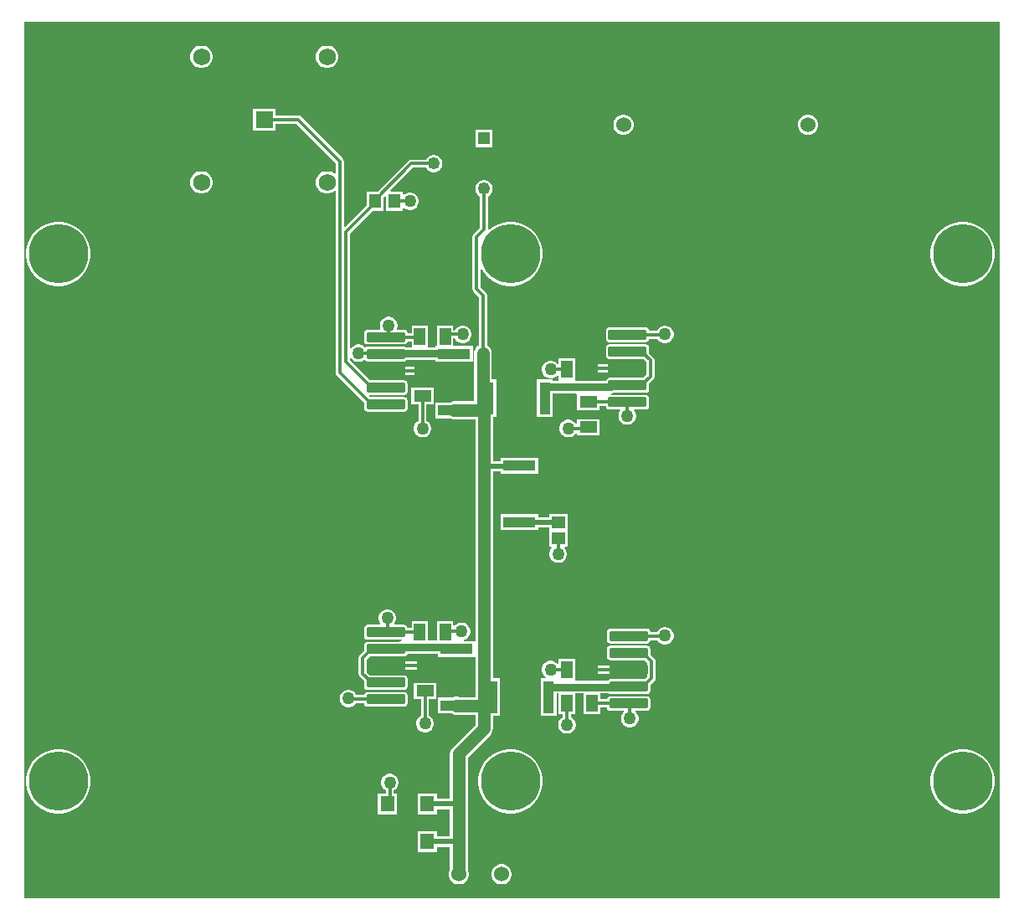
<source format=gtl>
G04*
G04 #@! TF.GenerationSoftware,Altium Limited,Altium Designer,21.4.1 (30)*
G04*
G04 Layer_Physical_Order=1*
G04 Layer_Color=255*
%FSLAX25Y25*%
%MOIN*%
G70*
G04*
G04 #@! TF.SameCoordinates,FB31E628-B40C-45E7-AE42-562EE5F46966*
G04*
G04*
G04 #@! TF.FilePolarity,Positive*
G04*
G01*
G75*
%ADD16R,0.05363X0.04558*%
%ADD18R,0.06717X0.04545*%
%ADD19R,0.04545X0.06717*%
%ADD20R,0.05512X0.06457*%
%ADD22C,0.06890*%
%ADD23R,0.06890X0.06890*%
%ADD25C,0.04921*%
%ADD26R,0.04921X0.04921*%
G04:AMPARAMS|DCode=29|XSize=37.4mil|YSize=151.58mil|CornerRadius=2.06mil|HoleSize=0mil|Usage=FLASHONLY|Rotation=270.000|XOffset=0mil|YOffset=0mil|HoleType=Round|Shape=RoundedRectangle|*
%AMROUNDEDRECTD29*
21,1,0.03740,0.14746,0,0,270.0*
21,1,0.03329,0.15158,0,0,270.0*
1,1,0.00411,-0.07373,-0.01664*
1,1,0.00411,-0.07373,0.01664*
1,1,0.00411,0.07373,0.01664*
1,1,0.00411,0.07373,-0.01664*
%
%ADD29ROUNDEDRECTD29*%
G04:AMPARAMS|DCode=30|XSize=421.26mil|YSize=311.02mil|CornerRadius=1.56mil|HoleSize=0mil|Usage=FLASHONLY|Rotation=270.000|XOffset=0mil|YOffset=0mil|HoleType=Round|Shape=RoundedRectangle|*
%AMROUNDEDRECTD30*
21,1,0.42126,0.30791,0,0,270.0*
21,1,0.41815,0.31102,0,0,270.0*
1,1,0.00311,-0.15396,-0.20908*
1,1,0.00311,-0.15396,0.20908*
1,1,0.00311,0.15396,0.20908*
1,1,0.00311,0.15396,-0.20908*
%
%ADD30ROUNDEDRECTD30*%
%ADD31R,0.12992X0.04331*%
%ADD32R,0.04331X0.12992*%
%ADD33R,0.04724X0.05709*%
%ADD34C,0.01200*%
%ADD35C,0.05000*%
%ADD36C,0.03000*%
%ADD37C,0.02000*%
%ADD38C,0.06000*%
%ADD39C,0.01500*%
%ADD40C,0.05000*%
%ADD41C,0.03000*%
%ADD42C,0.23622*%
G36*
X622471Y120029D02*
X234029Y120029D01*
X234029Y468971D01*
X622471Y468971D01*
X622471Y120029D01*
D02*
G37*
%LPC*%
G36*
X355085Y459445D02*
X353915D01*
X352784Y459142D01*
X351771Y458557D01*
X350943Y457729D01*
X350358Y456716D01*
X350055Y455585D01*
Y454415D01*
X350358Y453284D01*
X350943Y452271D01*
X351771Y451443D01*
X352784Y450858D01*
X353915Y450555D01*
X355085D01*
X356216Y450858D01*
X357229Y451443D01*
X358057Y452271D01*
X358642Y453284D01*
X358945Y454415D01*
Y455585D01*
X358642Y456716D01*
X358057Y457729D01*
X357229Y458557D01*
X356216Y459142D01*
X355085Y459445D01*
D02*
G37*
G36*
X305085D02*
X303915D01*
X302784Y459142D01*
X301771Y458557D01*
X300943Y457729D01*
X300358Y456716D01*
X300055Y455585D01*
Y454415D01*
X300358Y453284D01*
X300943Y452271D01*
X301771Y451443D01*
X302784Y450858D01*
X303915Y450555D01*
X305085D01*
X306216Y450858D01*
X307229Y451443D01*
X308057Y452271D01*
X308642Y453284D01*
X308945Y454415D01*
Y455585D01*
X308642Y456716D01*
X308057Y457729D01*
X307229Y458557D01*
X306216Y459142D01*
X305085Y459445D01*
D02*
G37*
G36*
X546527Y432000D02*
X545473D01*
X544456Y431727D01*
X543544Y431201D01*
X542799Y430456D01*
X542273Y429544D01*
X542000Y428527D01*
Y427473D01*
X542273Y426456D01*
X542799Y425544D01*
X543544Y424799D01*
X544456Y424273D01*
X545473Y424000D01*
X546527D01*
X547544Y424273D01*
X548456Y424799D01*
X549201Y425544D01*
X549727Y426456D01*
X550000Y427473D01*
Y428527D01*
X549727Y429544D01*
X549201Y430456D01*
X548456Y431201D01*
X547544Y431727D01*
X546527Y432000D01*
D02*
G37*
G36*
X473027D02*
X471973D01*
X470956Y431727D01*
X470044Y431201D01*
X469299Y430456D01*
X468773Y429544D01*
X468500Y428527D01*
Y427473D01*
X468773Y426456D01*
X469299Y425544D01*
X470044Y424799D01*
X470956Y424273D01*
X471973Y424000D01*
X473027D01*
X474044Y424273D01*
X474956Y424799D01*
X475701Y425544D01*
X476227Y426456D01*
X476500Y427473D01*
Y428527D01*
X476227Y429544D01*
X475701Y430456D01*
X474956Y431201D01*
X474044Y431727D01*
X473027Y432000D01*
D02*
G37*
G36*
X420461Y425961D02*
X413539D01*
Y419039D01*
X420461D01*
Y425961D01*
D02*
G37*
G36*
X333945Y434445D02*
X325055D01*
Y425555D01*
X333945D01*
Y428369D01*
X342324D01*
X357913Y412779D01*
Y408526D01*
X357452Y408334D01*
X357229Y408557D01*
X356216Y409142D01*
X355085Y409445D01*
X353915D01*
X352784Y409142D01*
X351771Y408557D01*
X350943Y407729D01*
X350358Y406716D01*
X350055Y405585D01*
Y404415D01*
X350358Y403284D01*
X350943Y402271D01*
X351771Y401443D01*
X352784Y400858D01*
X353915Y400555D01*
X355085D01*
X356216Y400858D01*
X357229Y401443D01*
X357452Y401666D01*
X357913Y401474D01*
Y329270D01*
X358038Y328646D01*
X358391Y328116D01*
X369307Y317201D01*
Y314950D01*
X369401Y314479D01*
X369667Y314081D01*
X370066Y313814D01*
X370536Y313720D01*
X385282D01*
X385753Y313814D01*
X386152Y314081D01*
X386418Y314479D01*
X386512Y314950D01*
Y318279D01*
X386418Y318749D01*
X386152Y319148D01*
X385753Y319414D01*
X385282Y319508D01*
X371614D01*
X371171Y319951D01*
X371362Y320413D01*
X385282D01*
X385753Y320507D01*
X386152Y320773D01*
X386418Y321172D01*
X386512Y321643D01*
Y324972D01*
X386418Y325442D01*
X386152Y325841D01*
X385753Y326107D01*
X385282Y326201D01*
X371614D01*
X363631Y334184D01*
Y334835D01*
X364131Y334969D01*
X364199Y334851D01*
X364851Y334199D01*
X365649Y333738D01*
X366539Y333500D01*
X367461D01*
X368351Y333738D01*
X369149Y334199D01*
X369165Y334215D01*
X369662Y334166D01*
X369667Y334159D01*
X370066Y333893D01*
X370536Y333799D01*
X385282D01*
X385753Y333893D01*
X386152Y334159D01*
X386244Y334297D01*
X397504D01*
Y333555D01*
X412496D01*
Y339886D01*
X404796D01*
Y342869D01*
X405400D01*
X405699Y342351D01*
X406351Y341699D01*
X407149Y341238D01*
X408039Y341000D01*
X408961D01*
X409851Y341238D01*
X410649Y341699D01*
X411301Y342351D01*
X411762Y343149D01*
X412000Y344039D01*
Y344961D01*
X411762Y345851D01*
X411301Y346649D01*
X410649Y347301D01*
X409851Y347762D01*
X408961Y348000D01*
X408039D01*
X407149Y347762D01*
X406351Y347301D01*
X405699Y346649D01*
X405400Y346131D01*
X404796D01*
Y347859D01*
X398251D01*
Y339886D01*
X397504D01*
Y339395D01*
X394749D01*
Y347859D01*
X388204D01*
Y345017D01*
X386512D01*
Y345050D01*
X386418Y345521D01*
X386152Y345919D01*
X385753Y346186D01*
X385282Y346280D01*
X382560D01*
X382296Y346779D01*
X382500Y347539D01*
Y348461D01*
X382261Y349351D01*
X381801Y350149D01*
X381149Y350801D01*
X380351Y351261D01*
X379461Y351500D01*
X378539D01*
X377649Y351261D01*
X376851Y350801D01*
X376199Y350149D01*
X375739Y349351D01*
X375500Y348461D01*
Y347539D01*
X375704Y346779D01*
X375440Y346280D01*
X370536D01*
X370066Y346186D01*
X369667Y345919D01*
X369401Y345521D01*
X369307Y345050D01*
Y341722D01*
X369401Y341251D01*
X369667Y340852D01*
X370066Y340586D01*
X370536Y340492D01*
X385282D01*
X385753Y340586D01*
X386152Y340852D01*
X386418Y341251D01*
X386512Y341722D01*
Y341755D01*
X388204D01*
Y339395D01*
X385899D01*
X385753Y339493D01*
X385282Y339587D01*
X370536D01*
X370066Y339493D01*
X369701Y339249D01*
X369149Y339801D01*
X368351Y340262D01*
X367461Y340500D01*
X366539D01*
X365649Y340262D01*
X364851Y339801D01*
X364199Y339149D01*
X364131Y339031D01*
X363631Y339165D01*
Y384769D01*
X372508Y393646D01*
X376925D01*
Y399047D01*
X377613Y399735D01*
X378075Y399544D01*
Y393646D01*
X384799D01*
Y394598D01*
X385261Y394789D01*
X385351Y394699D01*
X386149Y394238D01*
X387039Y394000D01*
X387961D01*
X388851Y394238D01*
X389649Y394699D01*
X390301Y395351D01*
X390761Y396149D01*
X391000Y397039D01*
Y397961D01*
X390761Y398851D01*
X390301Y399649D01*
X389649Y400301D01*
X388851Y400762D01*
X387961Y401000D01*
X387039D01*
X386149Y400762D01*
X385351Y400301D01*
X385261Y400211D01*
X384799Y400402D01*
Y401354D01*
X379886D01*
X379694Y401816D01*
X388747Y410869D01*
X393946D01*
X394231Y410375D01*
X394875Y409731D01*
X395664Y409275D01*
X396544Y409039D01*
X397456D01*
X398336Y409275D01*
X399125Y409731D01*
X399769Y410375D01*
X400225Y411164D01*
X400461Y412044D01*
Y412956D01*
X400225Y413836D01*
X399769Y414625D01*
X399125Y415269D01*
X398336Y415725D01*
X397456Y415961D01*
X396544D01*
X395664Y415725D01*
X394875Y415269D01*
X394231Y414625D01*
X393946Y414131D01*
X388071D01*
X387447Y414007D01*
X386917Y413654D01*
X374618Y401354D01*
X370201D01*
Y395953D01*
X361638Y387390D01*
X361176Y387581D01*
Y413455D01*
X361052Y414079D01*
X360698Y414609D01*
X344153Y431153D01*
X343624Y431507D01*
X343000Y431631D01*
X333945D01*
Y434445D01*
D02*
G37*
G36*
X305085Y409445D02*
X303915D01*
X302784Y409142D01*
X301771Y408557D01*
X300943Y407729D01*
X300358Y406716D01*
X300055Y405585D01*
Y404415D01*
X300358Y403284D01*
X300943Y402271D01*
X301771Y401443D01*
X302784Y400858D01*
X303915Y400555D01*
X305085D01*
X306216Y400858D01*
X307229Y401443D01*
X308057Y402271D01*
X308642Y403284D01*
X308945Y404415D01*
Y405585D01*
X308642Y406716D01*
X308057Y407729D01*
X307229Y408557D01*
X306216Y409142D01*
X305085Y409445D01*
D02*
G37*
G36*
X608508Y389311D02*
X606492D01*
X604500Y388996D01*
X602582Y388372D01*
X600786Y387457D01*
X599154Y386272D01*
X597728Y384846D01*
X596543Y383214D01*
X595628Y381418D01*
X595004Y379500D01*
X594689Y377508D01*
Y375492D01*
X595004Y373500D01*
X595628Y371582D01*
X596543Y369786D01*
X597728Y368154D01*
X599154Y366728D01*
X600786Y365543D01*
X602582Y364628D01*
X604500Y364004D01*
X606492Y363689D01*
X608508D01*
X610500Y364004D01*
X612418Y364628D01*
X614214Y365543D01*
X615846Y366728D01*
X617272Y368154D01*
X618457Y369786D01*
X619372Y371582D01*
X619996Y373500D01*
X620311Y375492D01*
Y377508D01*
X619996Y379500D01*
X619372Y381418D01*
X618457Y383214D01*
X617272Y384846D01*
X615846Y386272D01*
X614214Y387457D01*
X612418Y388372D01*
X610500Y388996D01*
X608508Y389311D01*
D02*
G37*
G36*
X417456Y405961D02*
X416544D01*
X415664Y405725D01*
X414875Y405269D01*
X414231Y404625D01*
X413775Y403836D01*
X413539Y402956D01*
Y402044D01*
X413775Y401164D01*
X414231Y400375D01*
X414875Y399731D01*
X415369Y399446D01*
Y387007D01*
X412935Y384574D01*
X412582Y384044D01*
X412458Y383420D01*
Y362515D01*
X412582Y361891D01*
X412935Y361362D01*
X414912Y359385D01*
Y340113D01*
X414778Y340057D01*
X414047Y339496D01*
X413486Y338765D01*
X413133Y337914D01*
X413013Y337000D01*
Y317810D01*
X405000D01*
X404086Y317689D01*
X403496Y317445D01*
X397504D01*
Y311114D01*
X403496D01*
X404086Y310870D01*
X405000Y310749D01*
X413513D01*
Y292000D01*
Y222879D01*
X413496Y222386D01*
X413013Y222386D01*
X409011D01*
X408946Y222886D01*
X409351Y222994D01*
X410149Y223455D01*
X410801Y224107D01*
X411262Y224905D01*
X411500Y225795D01*
Y226717D01*
X411262Y227607D01*
X410801Y228405D01*
X410149Y229057D01*
X409351Y229517D01*
X408461Y229756D01*
X407539D01*
X406649Y229517D01*
X405851Y229057D01*
X405296Y228501D01*
X404895Y228611D01*
X404796Y228678D01*
Y230359D01*
X398251D01*
Y222549D01*
X394749D01*
Y230359D01*
X388204D01*
Y227560D01*
X386512D01*
Y227593D01*
X386418Y228064D01*
X386152Y228463D01*
X385753Y228729D01*
X385282Y228823D01*
X381426D01*
X381235Y229285D01*
X381301Y229351D01*
X381762Y230149D01*
X382000Y231039D01*
Y231961D01*
X381762Y232851D01*
X381301Y233649D01*
X380649Y234301D01*
X379851Y234762D01*
X378961Y235000D01*
X378039D01*
X377149Y234762D01*
X376351Y234301D01*
X375699Y233649D01*
X375238Y232851D01*
X375000Y231961D01*
Y231039D01*
X375238Y230149D01*
X375699Y229351D01*
X375765Y229285D01*
X375574Y228823D01*
X370536D01*
X370066Y228729D01*
X369667Y228463D01*
X369401Y228064D01*
X369307Y227593D01*
Y224265D01*
X369401Y223794D01*
X369667Y223395D01*
X370066Y223129D01*
X370536Y223035D01*
X384264D01*
X384314Y222535D01*
X383406Y222355D01*
X383070Y222130D01*
X370536D01*
X370066Y222036D01*
X369667Y221770D01*
X369401Y221371D01*
X369307Y220901D01*
Y218650D01*
X367577Y216920D01*
X367224Y216390D01*
X367099Y215766D01*
Y209320D01*
X367224Y208696D01*
X367577Y208167D01*
X369307Y206437D01*
Y204186D01*
X369401Y203716D01*
X369667Y203317D01*
X370066Y203050D01*
X370536Y202957D01*
X385282D01*
X385753Y203050D01*
X386152Y203317D01*
X386418Y203716D01*
X386512Y204186D01*
Y207515D01*
X386418Y207985D01*
X386152Y208384D01*
X385753Y208650D01*
X385282Y208744D01*
X371614D01*
X370362Y209996D01*
Y215090D01*
X371614Y216342D01*
X385282D01*
X385753Y216436D01*
X386152Y216703D01*
X386418Y217101D01*
X386488Y217451D01*
X398504D01*
Y216055D01*
X413013D01*
X413496Y216055D01*
X413513Y215562D01*
Y204000D01*
Y200030D01*
X407298D01*
X406914Y200189D01*
X406000Y200310D01*
X405086Y200189D01*
X404496Y199945D01*
X398504D01*
Y193614D01*
X404291D01*
X404514Y193443D01*
X405366Y193090D01*
X406280Y192970D01*
X406280Y192970D01*
X413513D01*
Y189006D01*
X404504Y179996D01*
X403943Y179265D01*
X403590Y178414D01*
X403470Y177500D01*
Y159539D01*
X398189D01*
Y161728D01*
X390677D01*
Y153272D01*
X398189D01*
Y155461D01*
X403470D01*
Y144539D01*
X398189D01*
Y146728D01*
X390677D01*
Y138272D01*
X398189D01*
Y140461D01*
X403470D01*
Y131386D01*
X403273Y131044D01*
X403000Y130027D01*
Y128973D01*
X403273Y127956D01*
X403799Y127044D01*
X404544Y126299D01*
X405456Y125773D01*
X406473Y125500D01*
X407527D01*
X408544Y125773D01*
X409456Y126299D01*
X410201Y127044D01*
X410727Y127956D01*
X411000Y128973D01*
Y130027D01*
X410727Y131044D01*
X410530Y131386D01*
Y142500D01*
Y157500D01*
Y176038D01*
X419539Y185047D01*
X419539Y185047D01*
X420101Y185778D01*
X420453Y186630D01*
X420574Y187543D01*
X420574Y187543D01*
Y192504D01*
X423445D01*
Y207496D01*
X420574D01*
Y289961D01*
X423504D01*
Y289055D01*
X438496D01*
Y295386D01*
X423504D01*
Y294039D01*
X420574D01*
Y311504D01*
X421945D01*
Y326496D01*
X420074D01*
Y337000D01*
X419953Y337914D01*
X419601Y338765D01*
X419039Y339496D01*
X418308Y340057D01*
X418175Y340113D01*
Y360061D01*
X418050Y360685D01*
X417697Y361214D01*
X415720Y363191D01*
Y370329D01*
X416207Y370446D01*
X416543Y369786D01*
X417728Y368154D01*
X419154Y366728D01*
X420786Y365543D01*
X422582Y364628D01*
X424500Y364004D01*
X426492Y363689D01*
X428508D01*
X430500Y364004D01*
X432418Y364628D01*
X434214Y365543D01*
X435846Y366728D01*
X437272Y368154D01*
X438457Y369786D01*
X439372Y371582D01*
X439996Y373500D01*
X440311Y375492D01*
Y377508D01*
X439996Y379500D01*
X439372Y381418D01*
X438457Y383214D01*
X437272Y384846D01*
X435846Y386272D01*
X434214Y387457D01*
X432418Y388372D01*
X430500Y388996D01*
X428508Y389311D01*
X426492D01*
X424500Y388996D01*
X422582Y388372D01*
X420786Y387457D01*
X419154Y386272D01*
X419121Y386238D01*
X418936Y386273D01*
X418631Y386456D01*
Y399446D01*
X419125Y399731D01*
X419769Y400375D01*
X420225Y401164D01*
X420461Y402044D01*
Y402956D01*
X420225Y403836D01*
X419769Y404625D01*
X419125Y405269D01*
X418336Y405725D01*
X417456Y405961D01*
D02*
G37*
G36*
X248508Y389311D02*
X246492D01*
X244500Y388996D01*
X242582Y388372D01*
X240786Y387457D01*
X239154Y386272D01*
X237728Y384846D01*
X236543Y383214D01*
X235628Y381418D01*
X235004Y379500D01*
X234689Y377508D01*
Y375492D01*
X235004Y373500D01*
X235628Y371582D01*
X236543Y369786D01*
X237728Y368154D01*
X239154Y366728D01*
X240786Y365543D01*
X242582Y364628D01*
X244500Y364004D01*
X246492Y363689D01*
X248508D01*
X250500Y364004D01*
X252418Y364628D01*
X254214Y365543D01*
X255846Y366728D01*
X257272Y368154D01*
X258457Y369786D01*
X259372Y371582D01*
X259996Y373500D01*
X260311Y375492D01*
Y377508D01*
X259996Y379500D01*
X259372Y381418D01*
X258457Y383214D01*
X257272Y384846D01*
X255846Y386272D01*
X254214Y387457D01*
X252418Y388372D01*
X250500Y388996D01*
X248508Y389311D01*
D02*
G37*
G36*
X489461Y348000D02*
X488539D01*
X487649Y347762D01*
X486851Y347301D01*
X486199Y346649D01*
X485855Y346053D01*
X482684D01*
X482599Y346477D01*
X482333Y346876D01*
X481934Y347143D01*
X481464Y347236D01*
X466717D01*
X466247Y347143D01*
X465848Y346876D01*
X465582Y346477D01*
X465488Y346007D01*
Y342678D01*
X465582Y342208D01*
X465848Y341809D01*
X466247Y341542D01*
X466717Y341449D01*
X481464D01*
X481934Y341542D01*
X482333Y341809D01*
X482599Y342208D01*
X482693Y342678D01*
Y342790D01*
X485946D01*
X486199Y342351D01*
X486851Y341699D01*
X487649Y341238D01*
X488539Y341000D01*
X489461D01*
X490351Y341238D01*
X491149Y341699D01*
X491801Y342351D01*
X492262Y343149D01*
X492500Y344039D01*
Y344961D01*
X492262Y345851D01*
X491801Y346649D01*
X491149Y347301D01*
X490351Y347762D01*
X489461Y348000D01*
D02*
G37*
G36*
X474090Y332588D02*
X460480D01*
X459856Y332464D01*
X459326Y332110D01*
X458870Y331653D01*
X458516Y331124D01*
X458392Y330500D01*
X458516Y329876D01*
X458870Y329346D01*
X459399Y328993D01*
X460023Y328869D01*
X460647Y328993D01*
X461145Y329325D01*
X474090D01*
X474715Y329450D01*
X475244Y329803D01*
X475598Y330332D01*
X475722Y330957D01*
X475598Y331581D01*
X475244Y332110D01*
X474715Y332464D01*
X474090Y332588D01*
D02*
G37*
G36*
X391477Y331631D02*
X377909D01*
X377285Y331507D01*
X376756Y331153D01*
X376402Y330624D01*
X376278Y330000D01*
X376402Y329376D01*
X376756Y328847D01*
X377285Y328493D01*
X377909Y328369D01*
X391477D01*
X392101Y328493D01*
X392630Y328847D01*
X392984Y329376D01*
X393108Y330000D01*
X392984Y330624D01*
X392630Y331153D01*
X392101Y331507D01*
X391477Y331631D01*
D02*
G37*
G36*
X481464Y340543D02*
X466717D01*
X466247Y340450D01*
X465848Y340183D01*
X465582Y339784D01*
X465488Y339314D01*
Y335985D01*
X465582Y335515D01*
X465848Y335116D01*
X466247Y334850D01*
X466717Y334756D01*
X480386D01*
X481638Y333504D01*
Y328410D01*
X480386Y327157D01*
X466717D01*
X466247Y327064D01*
X465848Y326797D01*
X465582Y326399D01*
X465512Y326049D01*
X453711D01*
X453249Y326141D01*
X453249Y326549D01*
Y334859D01*
X446704D01*
Y332922D01*
X446605Y332855D01*
X446204Y332745D01*
X445649Y333301D01*
X444851Y333762D01*
X443961Y334000D01*
X443039D01*
X442149Y333762D01*
X441351Y333301D01*
X440699Y332649D01*
X440239Y331851D01*
X440000Y330961D01*
Y330039D01*
X440239Y329149D01*
X440699Y328351D01*
X441351Y327699D01*
X442149Y327238D01*
X443039Y327000D01*
X443961D01*
X444851Y327238D01*
X445649Y327699D01*
X446204Y328255D01*
X446605Y328145D01*
X446704Y328078D01*
X446704Y326141D01*
X446243Y326049D01*
X444386D01*
Y326496D01*
X438055D01*
Y311504D01*
X444386D01*
Y320951D01*
X453706D01*
X454141Y320796D01*
X454141Y320451D01*
Y314251D01*
X462859D01*
Y315939D01*
X465488D01*
Y315907D01*
X465582Y315436D01*
X465848Y315037D01*
X466247Y314771D01*
X466717Y314677D01*
X471074D01*
X471266Y314215D01*
X471199Y314149D01*
X470739Y313351D01*
X470500Y312461D01*
Y311539D01*
X470739Y310649D01*
X471199Y309851D01*
X471851Y309199D01*
X472649Y308738D01*
X473539Y308500D01*
X474461D01*
X475351Y308738D01*
X476149Y309199D01*
X476801Y309851D01*
X477261Y310649D01*
X477500Y311539D01*
Y312461D01*
X477261Y313351D01*
X476801Y314149D01*
X476734Y314215D01*
X476926Y314677D01*
X481464D01*
X481934Y314771D01*
X482333Y315037D01*
X482599Y315436D01*
X482693Y315907D01*
Y319235D01*
X482599Y319706D01*
X482333Y320105D01*
X481934Y320371D01*
X481464Y320465D01*
X467735D01*
X467686Y320965D01*
X468594Y321145D01*
X468930Y321370D01*
X481464D01*
X481934Y321464D01*
X482333Y321730D01*
X482599Y322129D01*
X482693Y322599D01*
Y324850D01*
X484423Y326580D01*
X484776Y327110D01*
X484901Y327734D01*
Y334179D01*
X484776Y334804D01*
X484423Y335333D01*
X482693Y337063D01*
Y339314D01*
X482599Y339784D01*
X482333Y340183D01*
X481934Y340450D01*
X481464Y340543D01*
D02*
G37*
G36*
X462859Y310749D02*
X454141D01*
Y308631D01*
X453600D01*
X453301Y309149D01*
X452649Y309801D01*
X451851Y310262D01*
X450961Y310500D01*
X450039D01*
X449149Y310262D01*
X448351Y309801D01*
X447699Y309149D01*
X447238Y308351D01*
X447000Y307461D01*
Y306539D01*
X447238Y305649D01*
X447699Y304851D01*
X448351Y304199D01*
X449149Y303738D01*
X450039Y303500D01*
X450961D01*
X451851Y303738D01*
X452649Y304199D01*
X453301Y304851D01*
X453600Y305369D01*
X454141D01*
Y304204D01*
X462859D01*
Y310749D01*
D02*
G37*
G36*
X396859Y323249D02*
X388141D01*
Y316704D01*
X390869D01*
Y310100D01*
X390351Y309801D01*
X389699Y309149D01*
X389239Y308351D01*
X389000Y307461D01*
Y306539D01*
X389239Y305649D01*
X389699Y304851D01*
X390351Y304199D01*
X391149Y303738D01*
X392039Y303500D01*
X392961D01*
X393851Y303738D01*
X394649Y304199D01*
X395301Y304851D01*
X395761Y305649D01*
X396000Y306539D01*
Y307461D01*
X395761Y308351D01*
X395301Y309149D01*
X394649Y309801D01*
X394131Y310100D01*
Y316704D01*
X396859D01*
Y323249D01*
D02*
G37*
G36*
X450181Y273036D02*
X442819D01*
Y271668D01*
X438496D01*
Y272945D01*
X423504D01*
Y266614D01*
X438496D01*
Y267589D01*
X442819D01*
Y266478D01*
Y259964D01*
X443807D01*
X444015Y259464D01*
X443699Y259149D01*
X443238Y258351D01*
X443000Y257461D01*
Y256539D01*
X443238Y255649D01*
X443699Y254851D01*
X444351Y254199D01*
X445149Y253738D01*
X446039Y253500D01*
X446961D01*
X447851Y253738D01*
X448649Y254199D01*
X449301Y254851D01*
X449761Y255649D01*
X450000Y256539D01*
Y257461D01*
X449761Y258351D01*
X449301Y259149D01*
X448985Y259464D01*
X449193Y259964D01*
X450181D01*
Y266478D01*
Y273036D01*
D02*
G37*
G36*
X489461Y228000D02*
X488539D01*
X487649Y227762D01*
X486851Y227301D01*
X486199Y226649D01*
X485855Y226053D01*
X483184D01*
X483099Y226477D01*
X482833Y226876D01*
X482434Y227143D01*
X481964Y227236D01*
X467217D01*
X466747Y227143D01*
X466348Y226876D01*
X466082Y226477D01*
X465988Y226007D01*
Y222678D01*
X466082Y222208D01*
X466348Y221809D01*
X466747Y221542D01*
X467217Y221449D01*
X481964D01*
X482434Y221542D01*
X482833Y221809D01*
X483099Y222208D01*
X483193Y222678D01*
Y222790D01*
X485946D01*
X486199Y222351D01*
X486851Y221699D01*
X487649Y221238D01*
X488539Y221000D01*
X489461D01*
X490351Y221238D01*
X491149Y221699D01*
X491801Y222351D01*
X492262Y223149D01*
X492500Y224039D01*
Y224961D01*
X492262Y225851D01*
X491801Y226649D01*
X491149Y227301D01*
X490351Y227762D01*
X489461Y228000D01*
D02*
G37*
G36*
X391933Y214175D02*
X377909D01*
X377285Y214051D01*
X376756Y213697D01*
X376402Y213168D01*
X376278Y212543D01*
X376402Y211919D01*
X376756Y211390D01*
X377285Y211036D01*
X377909Y210912D01*
X391759D01*
X391977Y210869D01*
X392601Y210993D01*
X393130Y211347D01*
X393484Y211876D01*
X393608Y212500D01*
X393484Y213124D01*
X393130Y213653D01*
X393087Y213697D01*
X392558Y214051D01*
X391933Y214175D01*
D02*
G37*
G36*
X460023Y212631D02*
X459399Y212507D01*
X458870Y212154D01*
X458516Y211624D01*
X458392Y211000D01*
X458516Y210376D01*
X458870Y209846D01*
X458913Y209803D01*
X459442Y209450D01*
X460067Y209325D01*
X460067Y209325D01*
X474590D01*
X475215Y209450D01*
X475744Y209803D01*
X476098Y210332D01*
X476222Y210957D01*
X476098Y211581D01*
X475744Y212110D01*
X475215Y212464D01*
X474590Y212588D01*
X460241D01*
X460023Y212631D01*
D02*
G37*
G36*
X481964Y220543D02*
X467217D01*
X466747Y220450D01*
X466348Y220183D01*
X466082Y219784D01*
X465988Y219314D01*
Y215985D01*
X466082Y215515D01*
X466348Y215116D01*
X466747Y214849D01*
X467217Y214756D01*
X480886D01*
X482138Y213504D01*
Y208410D01*
X480886Y207157D01*
X467217D01*
X466747Y207064D01*
X466348Y206797D01*
X466270Y206681D01*
X453249D01*
Y215359D01*
X446704D01*
Y213422D01*
X446605Y213355D01*
X446204Y213245D01*
X445649Y213801D01*
X444851Y214262D01*
X443961Y214500D01*
X443039D01*
X442149Y214262D01*
X441351Y213801D01*
X440699Y213149D01*
X440239Y212351D01*
X440000Y211461D01*
Y210539D01*
X440239Y209649D01*
X440699Y208851D01*
X441351Y208199D01*
X441703Y207996D01*
X441569Y207496D01*
X439555D01*
Y192504D01*
X445886D01*
Y201583D01*
X446704D01*
Y193141D01*
X448369D01*
Y192100D01*
X447851Y191801D01*
X447199Y191149D01*
X446738Y190351D01*
X446500Y189461D01*
Y188539D01*
X446738Y187649D01*
X447199Y186851D01*
X447851Y186199D01*
X448649Y185739D01*
X449539Y185500D01*
X450461D01*
X451351Y185739D01*
X452149Y186199D01*
X452801Y186851D01*
X453262Y187649D01*
X453500Y188539D01*
Y189461D01*
X453262Y190351D01*
X452801Y191149D01*
X452149Y191801D01*
X451631Y192100D01*
Y193141D01*
X453249D01*
Y201583D01*
X456751D01*
Y193141D01*
X463296D01*
Y195940D01*
X465988D01*
Y195906D01*
X466082Y195436D01*
X466348Y195037D01*
X466747Y194771D01*
X467217Y194677D01*
X472553D01*
X472727Y194177D01*
X472199Y193649D01*
X471738Y192851D01*
X471500Y191961D01*
Y191039D01*
X471738Y190149D01*
X472199Y189351D01*
X472851Y188699D01*
X473649Y188239D01*
X474539Y188000D01*
X475461D01*
X476351Y188239D01*
X477149Y188699D01*
X477801Y189351D01*
X478262Y190149D01*
X478500Y191039D01*
Y191961D01*
X478262Y192851D01*
X477801Y193649D01*
X477273Y194177D01*
X477447Y194677D01*
X481964D01*
X482434Y194771D01*
X482833Y195037D01*
X483099Y195436D01*
X483193Y195906D01*
Y199235D01*
X483099Y199706D01*
X482833Y200104D01*
X482434Y200371D01*
X481964Y200465D01*
X467217D01*
X466747Y200371D01*
X466348Y200104D01*
X466082Y199706D01*
X465988Y199235D01*
Y199202D01*
X463296D01*
Y201583D01*
X466569D01*
X466747Y201464D01*
X467217Y201370D01*
X481964D01*
X482434Y201464D01*
X482833Y201730D01*
X483099Y202129D01*
X483193Y202599D01*
Y204850D01*
X484923Y206580D01*
X485277Y207110D01*
X485401Y207734D01*
Y214179D01*
X485277Y214804D01*
X484923Y215333D01*
X483193Y217063D01*
Y219314D01*
X483099Y219784D01*
X482833Y220183D01*
X482434Y220450D01*
X481964Y220543D01*
D02*
G37*
G36*
X363461Y203000D02*
X362539D01*
X361649Y202762D01*
X360851Y202301D01*
X360199Y201649D01*
X359738Y200851D01*
X359500Y199961D01*
Y199039D01*
X359738Y198149D01*
X360199Y197351D01*
X360851Y196699D01*
X361649Y196239D01*
X362539Y196000D01*
X363461D01*
X364351Y196239D01*
X365149Y196699D01*
X365801Y197351D01*
X366001Y197697D01*
X369307D01*
Y197493D01*
X369401Y197023D01*
X369667Y196624D01*
X370066Y196357D01*
X370536Y196264D01*
X385282D01*
X385753Y196357D01*
X386152Y196624D01*
X386418Y197023D01*
X386512Y197493D01*
Y200822D01*
X386418Y201292D01*
X386152Y201691D01*
X385753Y201958D01*
X385282Y202051D01*
X370536D01*
X370066Y201958D01*
X369667Y201691D01*
X369401Y201292D01*
X369335Y200960D01*
X366198D01*
X365801Y201649D01*
X365149Y202301D01*
X364351Y202762D01*
X363461Y203000D01*
D02*
G37*
G36*
X397859Y205749D02*
X389141D01*
Y199204D01*
X391869D01*
Y192600D01*
X391351Y192301D01*
X390699Y191649D01*
X390238Y190851D01*
X390000Y189961D01*
Y189039D01*
X390238Y188149D01*
X390699Y187351D01*
X391351Y186699D01*
X392149Y186239D01*
X393039Y186000D01*
X393961D01*
X394851Y186239D01*
X395649Y186699D01*
X396301Y187351D01*
X396761Y188149D01*
X397000Y189039D01*
Y189961D01*
X396761Y190851D01*
X396301Y191649D01*
X395649Y192301D01*
X395131Y192600D01*
Y199204D01*
X397859D01*
Y205749D01*
D02*
G37*
G36*
X608508Y179311D02*
X606492D01*
X604500Y178996D01*
X602582Y178372D01*
X600786Y177457D01*
X599154Y176272D01*
X597728Y174846D01*
X596543Y173214D01*
X595628Y171418D01*
X595004Y169500D01*
X594689Y167508D01*
Y165492D01*
X595004Y163500D01*
X595628Y161582D01*
X596543Y159786D01*
X597728Y158154D01*
X599154Y156728D01*
X600786Y155543D01*
X602582Y154628D01*
X604500Y154004D01*
X606492Y153689D01*
X608508D01*
X610500Y154004D01*
X612418Y154628D01*
X614214Y155543D01*
X615846Y156728D01*
X617272Y158154D01*
X618457Y159786D01*
X619372Y161582D01*
X619996Y163500D01*
X620311Y165492D01*
Y167508D01*
X619996Y169500D01*
X619372Y171418D01*
X618457Y173214D01*
X617272Y174846D01*
X615846Y176272D01*
X614214Y177457D01*
X612418Y178372D01*
X610500Y178996D01*
X608508Y179311D01*
D02*
G37*
G36*
X428508D02*
X426492D01*
X424500Y178996D01*
X422582Y178372D01*
X420786Y177457D01*
X419154Y176272D01*
X417728Y174846D01*
X416543Y173214D01*
X415628Y171418D01*
X415004Y169500D01*
X414689Y167508D01*
Y165492D01*
X415004Y163500D01*
X415628Y161582D01*
X416543Y159786D01*
X417728Y158154D01*
X419154Y156728D01*
X420786Y155543D01*
X422582Y154628D01*
X424500Y154004D01*
X426492Y153689D01*
X428508D01*
X430500Y154004D01*
X432418Y154628D01*
X434214Y155543D01*
X435846Y156728D01*
X437272Y158154D01*
X438457Y159786D01*
X439372Y161582D01*
X439996Y163500D01*
X440311Y165492D01*
Y167508D01*
X439996Y169500D01*
X439372Y171418D01*
X438457Y173214D01*
X437272Y174846D01*
X435846Y176272D01*
X434214Y177457D01*
X432418Y178372D01*
X430500Y178996D01*
X428508Y179311D01*
D02*
G37*
G36*
X248508D02*
X246492D01*
X244500Y178996D01*
X242582Y178372D01*
X240786Y177457D01*
X239154Y176272D01*
X237728Y174846D01*
X236543Y173214D01*
X235628Y171418D01*
X235004Y169500D01*
X234689Y167508D01*
Y165492D01*
X235004Y163500D01*
X235628Y161582D01*
X236543Y159786D01*
X237728Y158154D01*
X239154Y156728D01*
X240786Y155543D01*
X242582Y154628D01*
X244500Y154004D01*
X246492Y153689D01*
X248508D01*
X250500Y154004D01*
X252418Y154628D01*
X254214Y155543D01*
X255846Y156728D01*
X257272Y158154D01*
X258457Y159786D01*
X259372Y161582D01*
X259996Y163500D01*
X260311Y165492D01*
Y167508D01*
X259996Y169500D01*
X259372Y171418D01*
X258457Y173214D01*
X257272Y174846D01*
X255846Y176272D01*
X254214Y177457D01*
X252418Y178372D01*
X250500Y178996D01*
X248508Y179311D01*
D02*
G37*
G36*
X379961Y169500D02*
X379039D01*
X378149Y169262D01*
X377351Y168801D01*
X376699Y168149D01*
X376238Y167351D01*
X376000Y166461D01*
Y165539D01*
X376238Y164649D01*
X376699Y163851D01*
X377351Y163199D01*
X377869Y162900D01*
Y161728D01*
X374811D01*
Y153272D01*
X382323D01*
Y161728D01*
X381131D01*
Y162900D01*
X381649Y163199D01*
X382301Y163851D01*
X382762Y164649D01*
X383000Y165539D01*
Y166461D01*
X382762Y167351D01*
X382301Y168149D01*
X381649Y168801D01*
X380851Y169262D01*
X379961Y169500D01*
D02*
G37*
G36*
X424527Y133500D02*
X423473D01*
X422456Y133227D01*
X421544Y132701D01*
X420799Y131956D01*
X420273Y131044D01*
X420000Y130027D01*
Y128973D01*
X420273Y127956D01*
X420799Y127044D01*
X421544Y126299D01*
X422456Y125773D01*
X423473Y125500D01*
X424527D01*
X425544Y125773D01*
X426456Y126299D01*
X427201Y127044D01*
X427727Y127956D01*
X428000Y128973D01*
Y130027D01*
X427727Y131044D01*
X427201Y131956D01*
X426456Y132701D01*
X425544Y133227D01*
X424527Y133500D01*
D02*
G37*
%LPD*%
D16*
X446500Y269757D02*
D03*
Y263243D02*
D03*
D18*
X458500Y307477D02*
D03*
Y317523D02*
D03*
X392500Y319977D02*
D03*
Y330023D02*
D03*
X393500Y202477D02*
D03*
Y212523D02*
D03*
D19*
X449977Y330500D02*
D03*
X460023D02*
D03*
X401523Y343500D02*
D03*
X391477D02*
D03*
X449977Y197500D02*
D03*
X460023D02*
D03*
X449977Y211000D02*
D03*
X460023D02*
D03*
X401523Y226000D02*
D03*
X391477D02*
D03*
D20*
X394433Y157500D02*
D03*
X378567D02*
D03*
Y142500D02*
D03*
X394433D02*
D03*
D22*
X354500Y405000D02*
D03*
X304500D02*
D03*
X354500Y455000D02*
D03*
X304500D02*
D03*
D23*
X329500Y430000D02*
D03*
D25*
X397000Y412500D02*
D03*
X417000Y402500D02*
D03*
D26*
Y422500D02*
D03*
D29*
X377909Y316614D02*
D03*
Y323307D02*
D03*
Y330000D02*
D03*
Y336693D02*
D03*
Y343386D02*
D03*
X474090Y317571D02*
D03*
Y324264D02*
D03*
Y330957D02*
D03*
Y337650D02*
D03*
Y344342D02*
D03*
X474590Y197571D02*
D03*
Y204264D02*
D03*
Y210957D02*
D03*
Y217650D02*
D03*
Y224342D02*
D03*
X377909Y225929D02*
D03*
Y219236D02*
D03*
Y212543D02*
D03*
Y205850D02*
D03*
Y199158D02*
D03*
D30*
X337161Y330000D02*
D03*
X514839Y330957D02*
D03*
X515339Y210957D02*
D03*
X337161Y212543D02*
D03*
D31*
X431000Y269779D02*
D03*
Y292220D02*
D03*
X406000Y219220D02*
D03*
Y196780D02*
D03*
X405000Y336720D02*
D03*
Y314280D02*
D03*
D32*
X441221Y319000D02*
D03*
X418780D02*
D03*
X442721Y200000D02*
D03*
X420280D02*
D03*
D33*
X373563Y397500D02*
D03*
X381437D02*
D03*
D34*
X393500Y189500D02*
Y202477D01*
X450000Y189000D02*
Y197477D01*
X449977Y197500D02*
X450000Y197477D01*
X458023Y307000D02*
X458500Y307477D01*
X450500Y307000D02*
X458023D01*
X392500D02*
Y319977D01*
X379500Y157500D02*
Y166000D01*
X378567Y157500D02*
X379500D01*
X378500Y225929D02*
X391406D01*
X378500D02*
Y231500D01*
X377909Y225929D02*
X378500D01*
X475000Y191500D02*
Y197571D01*
X474590D02*
X475000D01*
X460094Y317571D02*
X474000D01*
Y312000D02*
Y317571D01*
X474090D01*
X379000Y343386D02*
Y348000D01*
Y343386D02*
X391363D01*
X377909D02*
X379000D01*
X381437Y397500D02*
X387500D01*
X401523Y226000D02*
X401779Y226256D01*
X408000D01*
X443500Y211000D02*
X449977D01*
X446500Y257000D02*
Y263243D01*
X443500Y330500D02*
X449977D01*
X401523Y343500D02*
X402523Y344500D01*
X408500D01*
X414089Y383420D02*
X417000Y386331D01*
X414089Y362515D02*
Y383420D01*
Y362515D02*
X416543Y360061D01*
Y337000D02*
Y360061D01*
X417000Y386331D02*
Y402500D01*
X373563Y397992D02*
X388071Y412500D01*
X397000D01*
X373563Y397500D02*
Y397992D01*
Y397008D02*
Y397500D01*
X362000Y385445D02*
X373563Y397008D01*
X362000Y333508D02*
Y385445D01*
X359545Y329270D02*
Y413455D01*
Y329270D02*
X372201Y316614D01*
X362000Y333508D02*
X372201Y323307D01*
X367154Y336846D02*
X377756D01*
X367000Y337000D02*
X367154Y336846D01*
X377756D02*
X377909Y336693D01*
X343000Y430000D02*
X359545Y413455D01*
X372201Y323307D02*
X377909D01*
X372201Y316614D02*
X377909D01*
X329500Y430000D02*
X343000D01*
X479799Y337650D02*
X483269Y334179D01*
X474090Y324264D02*
X479799D01*
X483269Y327734D01*
Y334179D01*
X474090Y337650D02*
X479799D01*
X480299Y204264D02*
X483769Y207734D01*
X474590Y204264D02*
X480299D01*
X483769Y207734D02*
Y214179D01*
X480299Y217650D02*
X483769Y214179D01*
X474590Y217650D02*
X480299D01*
X368731Y209320D02*
X372201Y205850D01*
X368731Y209320D02*
Y215766D01*
X372201Y219236D01*
X377909D01*
X372201Y205850D02*
X377909D01*
X474669Y224421D02*
X488921D01*
X474590Y224342D02*
X474669Y224421D01*
X488921D02*
X489000Y224500D01*
X488921Y344421D02*
X489000Y344500D01*
X474090Y344342D02*
X474169Y344421D01*
X488921D01*
X377909Y336693D02*
X378063Y336846D01*
X363171Y199329D02*
X377738D01*
X363000Y199500D02*
X363171Y199329D01*
X377738D02*
X377909Y199158D01*
X391406Y225929D02*
X391477Y226000D01*
X391933Y212543D02*
X391977Y212500D01*
X377909Y212543D02*
X391933D01*
X460094Y197571D02*
X474590D01*
X460023Y197500D02*
X460094Y197571D01*
X460023Y211000D02*
X460067Y210957D01*
X474590D01*
X460480Y330957D02*
X474090D01*
X460023Y330500D02*
X460480Y330957D01*
X460023Y317500D02*
X460094Y317571D01*
X391363Y343386D02*
X391477Y343500D01*
X377909Y330000D02*
X391477D01*
D35*
X417043Y196500D02*
Y204000D01*
Y187543D02*
Y196500D01*
X406000Y196780D02*
X406280Y196500D01*
X417043D01*
X405000Y314280D02*
X416543D01*
X416543Y314280D02*
Y337000D01*
X416543Y314280D02*
X416543Y314280D01*
X417043Y292000D02*
Y314280D01*
X407000Y177500D02*
X417043Y187543D01*
X407000Y157500D02*
Y177500D01*
Y142500D02*
Y157500D01*
Y129500D02*
Y142500D01*
X417043Y204000D02*
Y292000D01*
Y204000D02*
X417043Y204000D01*
D36*
X443500D02*
X443632Y204132D01*
X474459D01*
X409303Y336846D02*
X409457Y337000D01*
X378063Y336846D02*
X409303D01*
X384382Y220000D02*
X402280D01*
X383618Y219236D02*
X384382Y220000D01*
X377909Y219236D02*
X383618D01*
X474459Y204132D02*
X474590Y204264D01*
X441543Y323500D02*
X467618D01*
X468382Y324264D01*
X474090D01*
D37*
X394433Y142500D02*
X407000D01*
X394433Y157500D02*
X407000D01*
X417043Y292000D02*
X426457D01*
X434172Y269628D02*
X446372D01*
X434043Y269500D02*
X434172Y269628D01*
X446372D02*
X446500Y269757D01*
D38*
X424000Y129500D02*
D03*
X407000D02*
D03*
X546000Y428000D02*
D03*
X509250D02*
D03*
X472500D02*
D03*
D39*
X507000Y349500D02*
D03*
Y344214D02*
D03*
Y338929D02*
D03*
Y333643D02*
D03*
Y328357D02*
D03*
Y323071D02*
D03*
Y317786D02*
D03*
Y312500D02*
D03*
X512000D02*
D03*
Y317786D02*
D03*
Y323071D02*
D03*
Y328357D02*
D03*
Y333643D02*
D03*
Y338929D02*
D03*
Y344214D02*
D03*
Y349500D02*
D03*
X517000Y312500D02*
D03*
Y317786D02*
D03*
Y323071D02*
D03*
Y328357D02*
D03*
Y333643D02*
D03*
Y338929D02*
D03*
Y344214D02*
D03*
Y349500D02*
D03*
X522000Y312500D02*
D03*
Y317786D02*
D03*
Y323071D02*
D03*
Y328357D02*
D03*
Y333643D02*
D03*
Y338929D02*
D03*
Y344214D02*
D03*
Y349500D02*
D03*
X527500Y312500D02*
D03*
Y317786D02*
D03*
Y323071D02*
D03*
Y328357D02*
D03*
Y333643D02*
D03*
Y338929D02*
D03*
Y344214D02*
D03*
Y349500D02*
D03*
X508000Y229500D02*
D03*
Y224214D02*
D03*
Y218929D02*
D03*
Y213643D02*
D03*
Y208357D02*
D03*
Y203071D02*
D03*
Y197786D02*
D03*
Y192500D02*
D03*
X513000D02*
D03*
Y197786D02*
D03*
Y203071D02*
D03*
Y208357D02*
D03*
Y213643D02*
D03*
Y218929D02*
D03*
Y224214D02*
D03*
Y229500D02*
D03*
X518000Y192500D02*
D03*
Y197786D02*
D03*
Y203071D02*
D03*
Y208357D02*
D03*
Y213643D02*
D03*
Y218929D02*
D03*
Y224214D02*
D03*
Y229500D02*
D03*
X523000Y192500D02*
D03*
Y197786D02*
D03*
Y203071D02*
D03*
Y208357D02*
D03*
Y213643D02*
D03*
Y218929D02*
D03*
Y224214D02*
D03*
Y229500D02*
D03*
X528500Y192500D02*
D03*
Y197786D02*
D03*
Y203071D02*
D03*
Y208357D02*
D03*
Y213643D02*
D03*
Y218929D02*
D03*
Y224214D02*
D03*
Y229500D02*
D03*
X325000Y231000D02*
D03*
Y225714D02*
D03*
Y220428D02*
D03*
Y215143D02*
D03*
Y209857D02*
D03*
Y204571D02*
D03*
Y199286D02*
D03*
Y194000D02*
D03*
X330000D02*
D03*
Y199286D02*
D03*
Y204571D02*
D03*
Y209857D02*
D03*
Y215143D02*
D03*
Y220428D02*
D03*
Y225714D02*
D03*
Y231000D02*
D03*
X335000Y194000D02*
D03*
Y199286D02*
D03*
Y204571D02*
D03*
Y209857D02*
D03*
Y215143D02*
D03*
Y220428D02*
D03*
Y225714D02*
D03*
Y231000D02*
D03*
X340000Y194000D02*
D03*
Y199286D02*
D03*
Y204571D02*
D03*
Y209857D02*
D03*
Y215143D02*
D03*
Y220428D02*
D03*
Y225714D02*
D03*
Y231000D02*
D03*
X345500Y194000D02*
D03*
Y199286D02*
D03*
Y204571D02*
D03*
Y209857D02*
D03*
Y215143D02*
D03*
Y220428D02*
D03*
Y225714D02*
D03*
Y231000D02*
D03*
X345000Y348500D02*
D03*
Y343214D02*
D03*
Y337929D02*
D03*
Y332643D02*
D03*
Y327357D02*
D03*
Y322071D02*
D03*
Y316786D02*
D03*
Y311500D02*
D03*
X339500Y348500D02*
D03*
Y343214D02*
D03*
Y337929D02*
D03*
Y332643D02*
D03*
Y327357D02*
D03*
Y322071D02*
D03*
Y316786D02*
D03*
Y311500D02*
D03*
X334500Y348500D02*
D03*
Y343214D02*
D03*
Y337929D02*
D03*
Y332643D02*
D03*
Y327357D02*
D03*
Y322071D02*
D03*
Y316786D02*
D03*
Y311500D02*
D03*
X329500Y348500D02*
D03*
Y343214D02*
D03*
Y337929D02*
D03*
Y332643D02*
D03*
Y327357D02*
D03*
Y322071D02*
D03*
Y316786D02*
D03*
Y311500D02*
D03*
X324500D02*
D03*
Y316786D02*
D03*
Y322071D02*
D03*
Y327357D02*
D03*
Y332643D02*
D03*
Y337929D02*
D03*
Y343214D02*
D03*
Y348500D02*
D03*
D40*
X393500Y189500D02*
D03*
X450000Y189000D02*
D03*
X450500Y307000D02*
D03*
X392500D02*
D03*
X379500Y166000D02*
D03*
X378500Y231500D02*
D03*
X475000Y191500D02*
D03*
X474000Y312000D02*
D03*
X379000Y348000D02*
D03*
X387500Y397500D02*
D03*
X408000Y226256D02*
D03*
X443500Y211000D02*
D03*
X446500Y257000D02*
D03*
X443500Y330500D02*
D03*
X408500Y344500D02*
D03*
X367000Y337000D02*
D03*
X489000Y224500D02*
D03*
Y344500D02*
D03*
X363000Y199500D02*
D03*
D41*
X534603Y351500D02*
D03*
Y311500D02*
D03*
Y316500D02*
D03*
Y321500D02*
D03*
Y326500D02*
D03*
Y331500D02*
D03*
Y336500D02*
D03*
Y341500D02*
D03*
Y346500D02*
D03*
X539103D02*
D03*
Y341500D02*
D03*
Y336500D02*
D03*
Y331500D02*
D03*
Y326500D02*
D03*
Y321500D02*
D03*
Y316500D02*
D03*
Y311500D02*
D03*
Y351500D02*
D03*
X543603Y346500D02*
D03*
Y341500D02*
D03*
Y336500D02*
D03*
Y331500D02*
D03*
Y326500D02*
D03*
Y321500D02*
D03*
Y316500D02*
D03*
Y311500D02*
D03*
Y351500D02*
D03*
X527500Y364603D02*
D03*
X522500D02*
D03*
X517500D02*
D03*
X512500D02*
D03*
X507500D02*
D03*
X502500D02*
D03*
X497500D02*
D03*
X492500D02*
D03*
X527500Y360103D02*
D03*
X522500D02*
D03*
X517500D02*
D03*
X512500D02*
D03*
X507500D02*
D03*
X502500D02*
D03*
X497500D02*
D03*
X492500D02*
D03*
Y355603D02*
D03*
X497500D02*
D03*
X502500D02*
D03*
X507500D02*
D03*
X512500D02*
D03*
X517500D02*
D03*
X522500D02*
D03*
X527500D02*
D03*
X528000Y306603D02*
D03*
X523000D02*
D03*
X518000D02*
D03*
X513000D02*
D03*
X508000D02*
D03*
X503000D02*
D03*
X498000D02*
D03*
X528000Y302103D02*
D03*
X523000D02*
D03*
X518000D02*
D03*
X513000D02*
D03*
X508000D02*
D03*
X503000D02*
D03*
X498000D02*
D03*
Y297603D02*
D03*
X503000D02*
D03*
X508000D02*
D03*
X513000D02*
D03*
X518000D02*
D03*
X523000D02*
D03*
X528000D02*
D03*
X535103Y231500D02*
D03*
Y191500D02*
D03*
Y196500D02*
D03*
Y201500D02*
D03*
Y206500D02*
D03*
Y211500D02*
D03*
Y216500D02*
D03*
Y221500D02*
D03*
Y226500D02*
D03*
X539603D02*
D03*
Y221500D02*
D03*
Y216500D02*
D03*
Y211500D02*
D03*
Y206500D02*
D03*
Y201500D02*
D03*
Y196500D02*
D03*
Y191500D02*
D03*
Y231500D02*
D03*
X544103Y226500D02*
D03*
Y221500D02*
D03*
Y216500D02*
D03*
Y211500D02*
D03*
Y206500D02*
D03*
Y201500D02*
D03*
Y196500D02*
D03*
Y191500D02*
D03*
Y231500D02*
D03*
X528000Y244603D02*
D03*
X523000D02*
D03*
X518000D02*
D03*
X513000D02*
D03*
X508000D02*
D03*
X503000D02*
D03*
X498000D02*
D03*
X493000D02*
D03*
X528000Y240103D02*
D03*
X523000D02*
D03*
X518000D02*
D03*
X513000D02*
D03*
X508000D02*
D03*
X503000D02*
D03*
X498000D02*
D03*
X493000D02*
D03*
Y235603D02*
D03*
X498000D02*
D03*
X503000D02*
D03*
X508000D02*
D03*
X513000D02*
D03*
X518000D02*
D03*
X523000D02*
D03*
X528000D02*
D03*
X528500Y186603D02*
D03*
X523500D02*
D03*
X518500D02*
D03*
X513500D02*
D03*
X508500D02*
D03*
X503500D02*
D03*
X498500D02*
D03*
X528500Y182103D02*
D03*
X523500D02*
D03*
X518500D02*
D03*
X513500D02*
D03*
X508500D02*
D03*
X503500D02*
D03*
X498500D02*
D03*
Y177603D02*
D03*
X503500D02*
D03*
X508500D02*
D03*
X513500D02*
D03*
X518500D02*
D03*
X523500D02*
D03*
X528500D02*
D03*
X317397Y192500D02*
D03*
Y232500D02*
D03*
Y227500D02*
D03*
Y222500D02*
D03*
Y217500D02*
D03*
Y212500D02*
D03*
Y207500D02*
D03*
Y202500D02*
D03*
Y197500D02*
D03*
X312897D02*
D03*
Y202500D02*
D03*
Y207500D02*
D03*
Y212500D02*
D03*
Y217500D02*
D03*
Y222500D02*
D03*
Y227500D02*
D03*
Y232500D02*
D03*
Y192500D02*
D03*
X308397Y197500D02*
D03*
Y202500D02*
D03*
Y207500D02*
D03*
Y212500D02*
D03*
Y217500D02*
D03*
Y222500D02*
D03*
Y227500D02*
D03*
Y232500D02*
D03*
Y192500D02*
D03*
X324500Y179397D02*
D03*
X329500D02*
D03*
X334500D02*
D03*
X339500D02*
D03*
X344500D02*
D03*
X349500D02*
D03*
X354500D02*
D03*
X359500D02*
D03*
X324500Y183897D02*
D03*
X329500D02*
D03*
X334500D02*
D03*
X339500D02*
D03*
X344500D02*
D03*
X349500D02*
D03*
X354500D02*
D03*
X359500D02*
D03*
Y188397D02*
D03*
X354500D02*
D03*
X349500D02*
D03*
X344500D02*
D03*
X339500D02*
D03*
X334500D02*
D03*
X329500D02*
D03*
X324500D02*
D03*
X324000Y237397D02*
D03*
X329000D02*
D03*
X334000D02*
D03*
X339000D02*
D03*
X344000D02*
D03*
X349000D02*
D03*
X354000D02*
D03*
X324000Y241897D02*
D03*
X329000D02*
D03*
X334000D02*
D03*
X339000D02*
D03*
X344000D02*
D03*
X349000D02*
D03*
X354000D02*
D03*
Y246397D02*
D03*
X349000D02*
D03*
X344000D02*
D03*
X339000D02*
D03*
X334000D02*
D03*
X329000D02*
D03*
X324000D02*
D03*
X579002Y294434D02*
D03*
Y334434D02*
D03*
Y329434D02*
D03*
Y324434D02*
D03*
Y319434D02*
D03*
Y314434D02*
D03*
Y309434D02*
D03*
Y304434D02*
D03*
Y299434D02*
D03*
X571502Y294434D02*
D03*
Y334434D02*
D03*
Y329434D02*
D03*
Y324434D02*
D03*
Y319434D02*
D03*
Y314434D02*
D03*
Y309434D02*
D03*
Y304434D02*
D03*
Y299434D02*
D03*
X564002Y294434D02*
D03*
Y334434D02*
D03*
Y329434D02*
D03*
Y324434D02*
D03*
Y319434D02*
D03*
Y314434D02*
D03*
Y309434D02*
D03*
Y304434D02*
D03*
Y299434D02*
D03*
X557002Y294434D02*
D03*
Y334434D02*
D03*
Y329434D02*
D03*
Y324434D02*
D03*
Y319434D02*
D03*
Y314434D02*
D03*
Y309434D02*
D03*
Y304434D02*
D03*
Y299434D02*
D03*
X557000Y254500D02*
D03*
Y259500D02*
D03*
Y264500D02*
D03*
Y269500D02*
D03*
Y274500D02*
D03*
Y279500D02*
D03*
Y284500D02*
D03*
Y289500D02*
D03*
Y249500D02*
D03*
X564000Y254500D02*
D03*
Y259500D02*
D03*
Y264500D02*
D03*
Y269500D02*
D03*
Y274500D02*
D03*
Y279500D02*
D03*
Y284500D02*
D03*
Y289500D02*
D03*
Y249500D02*
D03*
X571500Y254500D02*
D03*
Y259500D02*
D03*
Y264500D02*
D03*
Y269500D02*
D03*
Y274500D02*
D03*
Y279500D02*
D03*
Y284500D02*
D03*
Y289500D02*
D03*
Y249500D02*
D03*
X579000Y254500D02*
D03*
Y259500D02*
D03*
Y264500D02*
D03*
Y269500D02*
D03*
Y274500D02*
D03*
Y279500D02*
D03*
Y284500D02*
D03*
Y289500D02*
D03*
Y249500D02*
D03*
X557000Y210000D02*
D03*
Y215000D02*
D03*
Y220000D02*
D03*
Y225000D02*
D03*
Y230000D02*
D03*
Y235000D02*
D03*
Y240000D02*
D03*
Y245000D02*
D03*
Y205000D02*
D03*
X564000Y210000D02*
D03*
Y215000D02*
D03*
Y220000D02*
D03*
Y225000D02*
D03*
Y230000D02*
D03*
Y235000D02*
D03*
Y240000D02*
D03*
Y245000D02*
D03*
Y205000D02*
D03*
X571500Y210000D02*
D03*
Y215000D02*
D03*
Y220000D02*
D03*
Y225000D02*
D03*
Y230000D02*
D03*
Y235000D02*
D03*
Y240000D02*
D03*
Y245000D02*
D03*
Y205000D02*
D03*
X579000Y210000D02*
D03*
Y215000D02*
D03*
Y220000D02*
D03*
Y225000D02*
D03*
Y230000D02*
D03*
Y235000D02*
D03*
Y240000D02*
D03*
Y245000D02*
D03*
Y205000D02*
D03*
X557000Y165000D02*
D03*
Y170000D02*
D03*
Y175000D02*
D03*
Y180000D02*
D03*
Y185000D02*
D03*
Y190000D02*
D03*
Y195000D02*
D03*
Y200000D02*
D03*
Y160000D02*
D03*
X564000Y165000D02*
D03*
Y170000D02*
D03*
Y175000D02*
D03*
Y180000D02*
D03*
Y185000D02*
D03*
Y190000D02*
D03*
Y195000D02*
D03*
Y200000D02*
D03*
Y160000D02*
D03*
X571500Y165000D02*
D03*
Y170000D02*
D03*
Y175000D02*
D03*
Y180000D02*
D03*
Y185000D02*
D03*
Y190000D02*
D03*
Y195000D02*
D03*
Y200000D02*
D03*
Y160000D02*
D03*
X579000Y165000D02*
D03*
Y170000D02*
D03*
Y175000D02*
D03*
Y180000D02*
D03*
Y185000D02*
D03*
Y190000D02*
D03*
Y195000D02*
D03*
Y200000D02*
D03*
Y160000D02*
D03*
X557000Y344500D02*
D03*
Y349500D02*
D03*
Y354500D02*
D03*
Y359500D02*
D03*
Y364500D02*
D03*
Y369500D02*
D03*
Y374500D02*
D03*
Y379500D02*
D03*
Y339500D02*
D03*
X564000Y344500D02*
D03*
Y349500D02*
D03*
Y354500D02*
D03*
Y359500D02*
D03*
Y364500D02*
D03*
Y369500D02*
D03*
Y374500D02*
D03*
Y379500D02*
D03*
Y339500D02*
D03*
X571500Y344500D02*
D03*
Y349500D02*
D03*
Y354500D02*
D03*
Y359500D02*
D03*
Y364500D02*
D03*
Y369500D02*
D03*
Y374500D02*
D03*
Y379500D02*
D03*
Y339500D02*
D03*
X579000Y344500D02*
D03*
Y349500D02*
D03*
Y354500D02*
D03*
Y359500D02*
D03*
Y364500D02*
D03*
Y369500D02*
D03*
Y374500D02*
D03*
Y379500D02*
D03*
Y339500D02*
D03*
X298000Y340000D02*
D03*
Y380000D02*
D03*
Y375000D02*
D03*
Y370000D02*
D03*
Y365000D02*
D03*
Y360000D02*
D03*
Y355000D02*
D03*
Y350000D02*
D03*
Y345000D02*
D03*
X290500Y340000D02*
D03*
Y380000D02*
D03*
Y375000D02*
D03*
Y370000D02*
D03*
Y365000D02*
D03*
Y360000D02*
D03*
Y355000D02*
D03*
Y350000D02*
D03*
Y345000D02*
D03*
X283000Y340000D02*
D03*
Y380000D02*
D03*
Y375000D02*
D03*
Y370000D02*
D03*
Y365000D02*
D03*
Y360000D02*
D03*
Y355000D02*
D03*
Y350000D02*
D03*
Y345000D02*
D03*
X276000Y340000D02*
D03*
Y380000D02*
D03*
Y375000D02*
D03*
Y370000D02*
D03*
Y365000D02*
D03*
Y360000D02*
D03*
Y355000D02*
D03*
Y350000D02*
D03*
Y345000D02*
D03*
X298000Y160500D02*
D03*
Y200500D02*
D03*
Y195500D02*
D03*
Y190500D02*
D03*
Y185500D02*
D03*
Y180500D02*
D03*
Y175500D02*
D03*
Y170500D02*
D03*
Y165500D02*
D03*
X290500Y160500D02*
D03*
Y200500D02*
D03*
Y195500D02*
D03*
Y190500D02*
D03*
Y185500D02*
D03*
Y180500D02*
D03*
Y175500D02*
D03*
Y170500D02*
D03*
Y165500D02*
D03*
X283000Y160500D02*
D03*
Y200500D02*
D03*
Y195500D02*
D03*
Y190500D02*
D03*
Y185500D02*
D03*
Y180500D02*
D03*
Y175500D02*
D03*
Y170500D02*
D03*
Y165500D02*
D03*
X276000Y160500D02*
D03*
Y200500D02*
D03*
Y195500D02*
D03*
Y190500D02*
D03*
Y185500D02*
D03*
Y180500D02*
D03*
Y175500D02*
D03*
Y170500D02*
D03*
Y165500D02*
D03*
X298000Y205500D02*
D03*
Y245500D02*
D03*
Y240500D02*
D03*
Y235500D02*
D03*
Y230500D02*
D03*
Y225500D02*
D03*
Y220500D02*
D03*
Y215500D02*
D03*
Y210500D02*
D03*
X290500Y205500D02*
D03*
Y245500D02*
D03*
Y240500D02*
D03*
Y235500D02*
D03*
Y230500D02*
D03*
Y225500D02*
D03*
Y220500D02*
D03*
Y215500D02*
D03*
Y210500D02*
D03*
X283000Y205500D02*
D03*
Y245500D02*
D03*
Y240500D02*
D03*
Y235500D02*
D03*
Y230500D02*
D03*
Y225500D02*
D03*
Y220500D02*
D03*
Y215500D02*
D03*
Y210500D02*
D03*
X276000Y205500D02*
D03*
Y245500D02*
D03*
Y240500D02*
D03*
Y235500D02*
D03*
Y230500D02*
D03*
Y225500D02*
D03*
Y220500D02*
D03*
Y215500D02*
D03*
Y210500D02*
D03*
X298000Y250000D02*
D03*
Y290000D02*
D03*
Y285000D02*
D03*
Y280000D02*
D03*
Y275000D02*
D03*
Y270000D02*
D03*
Y265000D02*
D03*
Y260000D02*
D03*
Y255000D02*
D03*
X290500Y250000D02*
D03*
Y290000D02*
D03*
Y285000D02*
D03*
Y280000D02*
D03*
Y275000D02*
D03*
Y270000D02*
D03*
Y265000D02*
D03*
Y260000D02*
D03*
Y255000D02*
D03*
X283000Y250000D02*
D03*
Y290000D02*
D03*
Y285000D02*
D03*
Y280000D02*
D03*
Y275000D02*
D03*
Y270000D02*
D03*
Y265000D02*
D03*
Y260000D02*
D03*
Y255000D02*
D03*
X276000Y250000D02*
D03*
Y290000D02*
D03*
Y285000D02*
D03*
Y280000D02*
D03*
Y275000D02*
D03*
Y270000D02*
D03*
Y265000D02*
D03*
Y260000D02*
D03*
Y255000D02*
D03*
X276002Y299934D02*
D03*
Y304934D02*
D03*
Y309934D02*
D03*
Y314934D02*
D03*
Y319934D02*
D03*
Y324934D02*
D03*
Y329934D02*
D03*
Y334934D02*
D03*
Y294934D02*
D03*
X283002Y299934D02*
D03*
Y304934D02*
D03*
Y309934D02*
D03*
Y314934D02*
D03*
Y319934D02*
D03*
Y324934D02*
D03*
Y329934D02*
D03*
Y334934D02*
D03*
Y294934D02*
D03*
X290502Y299934D02*
D03*
Y304934D02*
D03*
Y309934D02*
D03*
Y314934D02*
D03*
Y319934D02*
D03*
Y324934D02*
D03*
Y329934D02*
D03*
Y334934D02*
D03*
Y294934D02*
D03*
X298002Y299934D02*
D03*
Y304934D02*
D03*
Y309934D02*
D03*
Y314934D02*
D03*
Y319934D02*
D03*
Y324934D02*
D03*
Y329934D02*
D03*
Y334934D02*
D03*
Y294934D02*
D03*
X322500Y363397D02*
D03*
X327500D02*
D03*
X332500D02*
D03*
X337500D02*
D03*
X342500D02*
D03*
X347500D02*
D03*
X352500D02*
D03*
Y358897D02*
D03*
X347500D02*
D03*
X342500D02*
D03*
X337500D02*
D03*
X332500D02*
D03*
X327500D02*
D03*
X322500D02*
D03*
X352500Y354397D02*
D03*
X347500D02*
D03*
X342500D02*
D03*
X337500D02*
D03*
X332500D02*
D03*
X327500D02*
D03*
X322500D02*
D03*
X323000Y305397D02*
D03*
X328000D02*
D03*
X333000D02*
D03*
X338000D02*
D03*
X343000D02*
D03*
X348000D02*
D03*
X353000D02*
D03*
X358000D02*
D03*
Y300897D02*
D03*
X353000D02*
D03*
X348000D02*
D03*
X343000D02*
D03*
X338000D02*
D03*
X333000D02*
D03*
X328000D02*
D03*
X323000D02*
D03*
X358000Y296397D02*
D03*
X353000D02*
D03*
X348000D02*
D03*
X343000D02*
D03*
X338000D02*
D03*
X333000D02*
D03*
X328000D02*
D03*
X323000D02*
D03*
X306897Y309500D02*
D03*
Y349500D02*
D03*
Y344500D02*
D03*
Y339500D02*
D03*
Y334500D02*
D03*
Y329500D02*
D03*
Y324500D02*
D03*
Y319500D02*
D03*
Y314500D02*
D03*
X311397Y309500D02*
D03*
Y349500D02*
D03*
Y344500D02*
D03*
Y339500D02*
D03*
Y334500D02*
D03*
Y329500D02*
D03*
Y324500D02*
D03*
Y319500D02*
D03*
Y314500D02*
D03*
X315897D02*
D03*
Y319500D02*
D03*
Y324500D02*
D03*
Y329500D02*
D03*
Y334500D02*
D03*
Y339500D02*
D03*
Y344500D02*
D03*
Y349500D02*
D03*
Y309500D02*
D03*
D42*
X247500Y376500D02*
D03*
X427500D02*
D03*
X607500D02*
D03*
Y166500D02*
D03*
X427500D02*
D03*
X247500D02*
D03*
M02*

</source>
